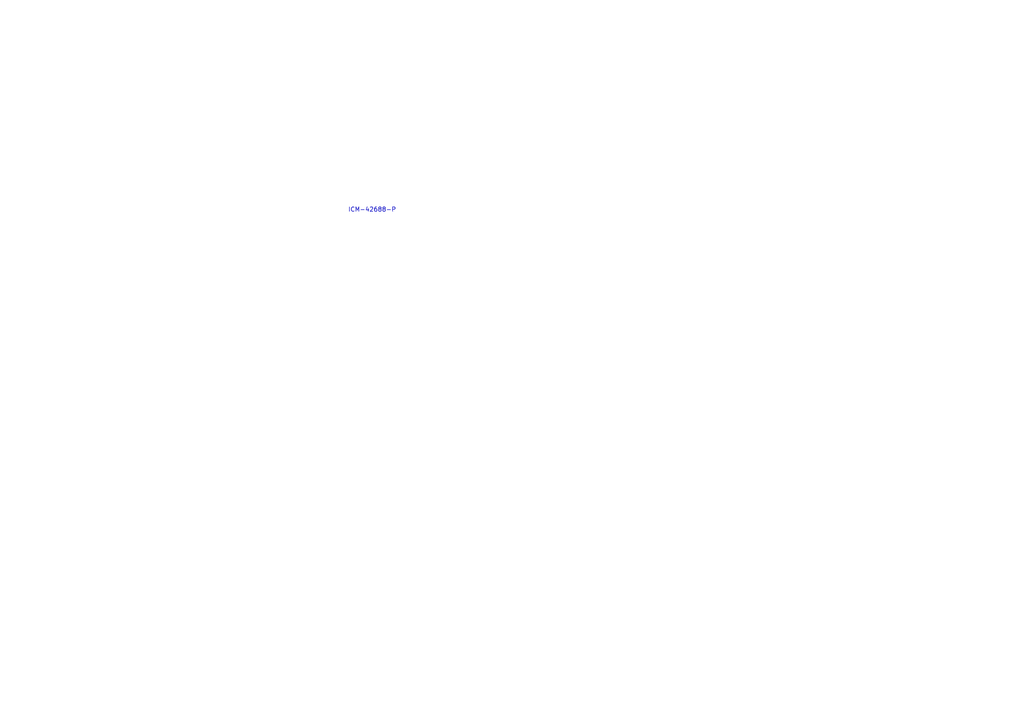
<source format=kicad_sch>
(kicad_sch
	(version 20250114)
	(generator "eeschema")
	(generator_version "9.0")
	(uuid "bc58e50c-7eef-4f7a-9e30-bfd039ca95a2")
	(paper "A4")
	(lib_symbols)
	(text "ICM-42688-P\n"
		(exclude_from_sim no)
		(at 107.95 60.96 0)
		(effects
			(font
				(size 1.27 1.27)
			)
		)
		(uuid "1661b48d-13df-4817-ac26-f5236ba7eb70")
	)
)

</source>
